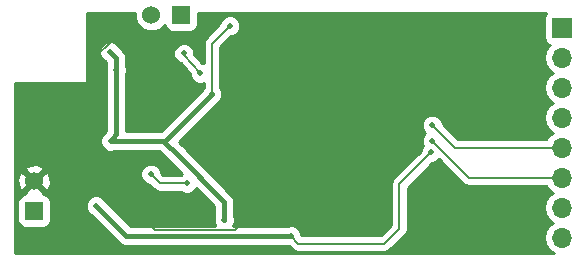
<source format=gbl>
G04 #@! TF.FileFunction,Copper,L2,Bot,Signal*
%FSLAX46Y46*%
G04 Gerber Fmt 4.6, Leading zero omitted, Abs format (unit mm)*
G04 Created by KiCad (PCBNEW 4.0.6) date 12/13/17 15:16:08*
%MOMM*%
%LPD*%
G01*
G04 APERTURE LIST*
%ADD10C,0.150000*%
%ADD11R,1.524000X1.524000*%
%ADD12C,1.524000*%
%ADD13R,1.700000X1.700000*%
%ADD14O,1.700000X1.700000*%
%ADD15C,0.508000*%
%ADD16C,0.152000*%
%ADD17C,0.457200*%
%ADD18C,0.254000*%
G04 APERTURE END LIST*
D10*
D11*
X280630000Y-126340000D03*
D12*
X278090000Y-126340000D03*
D11*
X268160000Y-142940000D03*
D12*
X268160000Y-140400000D03*
D13*
X312840000Y-127410000D03*
D14*
X312840000Y-129950000D03*
X312840000Y-132490000D03*
X312840000Y-135030000D03*
X312840000Y-137570000D03*
X312840000Y-140110000D03*
X312840000Y-142650000D03*
X312840000Y-145190000D03*
D15*
X297750000Y-143440000D03*
X278100000Y-140950000D03*
X275700000Y-141850000D03*
X287120000Y-142570000D03*
X282120000Y-136980000D03*
X279110000Y-128530000D03*
X282570000Y-128270000D03*
X287750000Y-138800000D03*
X293100000Y-144650000D03*
X292700000Y-134100000D03*
X285950000Y-141650000D03*
X273150000Y-130150000D03*
X276820000Y-128420000D03*
X284250000Y-143670000D03*
X280250000Y-138130000D03*
X284730000Y-127260000D03*
X283220000Y-133060000D03*
X275120000Y-130980000D03*
X274640000Y-137010000D03*
X274580000Y-129450000D03*
X301770000Y-137975000D03*
X273412500Y-142487500D03*
X289900000Y-145050000D03*
X301870000Y-135680000D03*
X301870000Y-136980000D03*
X280850000Y-129600000D03*
X282230000Y-131270000D03*
X281090000Y-140600000D03*
X278050000Y-139830000D03*
D16*
X293100000Y-144650000D02*
X296540000Y-144650000D01*
X296540000Y-144650000D02*
X297750000Y-143440000D01*
X277200000Y-141850000D02*
X275700000Y-141850000D01*
X278100000Y-140950000D02*
X277200000Y-141850000D01*
X275700000Y-141850000D02*
X278370000Y-144520000D01*
X278370000Y-144520000D02*
X285170000Y-144520000D01*
X285170000Y-144520000D02*
X287120000Y-142570000D01*
X285640000Y-136690000D02*
X287750000Y-138800000D01*
X282410000Y-136690000D02*
X285640000Y-136690000D01*
X282120000Y-136980000D02*
X282410000Y-136690000D01*
X279110000Y-128530000D02*
X282310000Y-128530000D01*
X282310000Y-128530000D02*
X282570000Y-128270000D01*
X287650000Y-141650000D02*
X288875000Y-140425000D01*
X287750000Y-138800000D02*
X287750000Y-139300000D01*
X287750000Y-139300000D02*
X288875000Y-140425000D01*
X288875000Y-140425000D02*
X293100000Y-144650000D01*
X285950000Y-141650000D02*
X287650000Y-141650000D01*
X273150000Y-130150000D02*
X273150000Y-130090000D01*
X274820000Y-128420000D02*
X276820000Y-128420000D01*
X273150000Y-130090000D02*
X274820000Y-128420000D01*
X276810000Y-128430000D02*
X276800000Y-128430000D01*
X276820000Y-128420000D02*
X276810000Y-128430000D01*
D17*
X280250000Y-138130000D02*
X280250000Y-138150000D01*
X284250000Y-142150000D02*
X284250000Y-143670000D01*
X280250000Y-138150000D02*
X284250000Y-142150000D01*
X279270000Y-137150000D02*
X279270000Y-137010000D01*
X280250000Y-138130000D02*
X279270000Y-137150000D01*
D16*
X283220000Y-128770000D02*
X283220000Y-133060000D01*
X284730000Y-127260000D02*
X283220000Y-128770000D01*
D17*
X274640000Y-137010000D02*
X279270000Y-137010000D01*
X279270000Y-137010000D02*
X283220000Y-133060000D01*
X275120000Y-130980000D02*
X275120000Y-136450000D01*
X275120000Y-136450000D02*
X274640000Y-137010000D01*
X275120000Y-129990000D02*
X275120000Y-130980000D01*
X274580000Y-129450000D02*
X275120000Y-129990000D01*
D16*
X289900000Y-145050000D02*
X290540000Y-145690000D01*
X297830000Y-145690000D02*
X290540000Y-145690000D01*
X299090000Y-144430000D02*
X297830000Y-145690000D01*
X299090000Y-140655000D02*
X299090000Y-144430000D01*
X299090000Y-140655000D02*
X301770000Y-137975000D01*
D17*
X275975000Y-145050000D02*
X289900000Y-145050000D01*
X275975000Y-145050000D02*
X273412500Y-142487500D01*
D16*
X303760000Y-137570000D02*
X312840000Y-137570000D01*
X301870000Y-135680000D02*
X303760000Y-137570000D01*
X305000000Y-140110000D02*
X312840000Y-140110000D01*
X301870000Y-136980000D02*
X305000000Y-140110000D01*
X280850000Y-129690000D02*
X280850000Y-129600000D01*
X282230000Y-131270000D02*
X280850000Y-129690000D01*
X278820000Y-140600000D02*
X281090000Y-140600000D01*
X278050000Y-139830000D02*
X278820000Y-140600000D01*
D18*
G36*
X276692758Y-126616661D02*
X276904990Y-127130303D01*
X277297630Y-127523629D01*
X277810900Y-127736757D01*
X278366661Y-127737242D01*
X278880303Y-127525010D01*
X279233763Y-127172167D01*
X279264838Y-127337317D01*
X279403910Y-127553441D01*
X279616110Y-127698431D01*
X279868000Y-127749440D01*
X281392000Y-127749440D01*
X281627317Y-127705162D01*
X281843441Y-127566090D01*
X281988431Y-127353890D01*
X282039440Y-127102000D01*
X282039440Y-126185000D01*
X311477686Y-126185000D01*
X311393569Y-126308110D01*
X311342560Y-126560000D01*
X311342560Y-128260000D01*
X311386838Y-128495317D01*
X311525910Y-128711441D01*
X311738110Y-128856431D01*
X311805541Y-128870086D01*
X311760853Y-128899946D01*
X311438946Y-129381715D01*
X311325907Y-129950000D01*
X311438946Y-130518285D01*
X311760853Y-131000054D01*
X312090026Y-131220000D01*
X311760853Y-131439946D01*
X311438946Y-131921715D01*
X311325907Y-132490000D01*
X311438946Y-133058285D01*
X311760853Y-133540054D01*
X312090026Y-133760000D01*
X311760853Y-133979946D01*
X311438946Y-134461715D01*
X311325907Y-135030000D01*
X311438946Y-135598285D01*
X311760853Y-136080054D01*
X312090026Y-136300000D01*
X311760853Y-136519946D01*
X311534305Y-136859000D01*
X304054506Y-136859000D01*
X302759102Y-135563596D01*
X302759154Y-135503943D01*
X302624097Y-135177080D01*
X302374236Y-134926782D01*
X302047609Y-134791154D01*
X301693943Y-134790846D01*
X301367080Y-134925903D01*
X301116782Y-135175764D01*
X300981154Y-135502391D01*
X300980846Y-135856057D01*
X301115903Y-136182920D01*
X301262764Y-136330037D01*
X301116782Y-136475764D01*
X300981154Y-136802391D01*
X300980846Y-137156057D01*
X301083402Y-137404261D01*
X301016782Y-137470764D01*
X300881154Y-137797391D01*
X300881101Y-137858393D01*
X298587247Y-140152247D01*
X298433122Y-140382912D01*
X298379000Y-140655000D01*
X298379000Y-144135494D01*
X297535494Y-144979000D01*
X290834506Y-144979000D01*
X290789102Y-144933596D01*
X290789154Y-144873943D01*
X290654097Y-144547080D01*
X290404236Y-144296782D01*
X290077609Y-144161154D01*
X289723943Y-144160846D01*
X289662098Y-144186400D01*
X284991033Y-144186400D01*
X285003218Y-144174236D01*
X285138846Y-143847609D01*
X285139154Y-143493943D01*
X285113600Y-143432098D01*
X285113600Y-142150000D01*
X285047862Y-141819515D01*
X285047862Y-141819514D01*
X284860657Y-141539342D01*
X281043319Y-137722005D01*
X281004097Y-137627080D01*
X280754236Y-137376782D01*
X280692434Y-137351120D01*
X280421314Y-137080000D01*
X283662079Y-133839236D01*
X283722920Y-133814097D01*
X283973218Y-133564236D01*
X284108846Y-133237609D01*
X284109154Y-132883943D01*
X283974097Y-132557080D01*
X283931000Y-132513908D01*
X283931000Y-129064506D01*
X284846404Y-128149102D01*
X284906057Y-128149154D01*
X285232920Y-128014097D01*
X285483218Y-127764236D01*
X285618846Y-127437609D01*
X285619154Y-127083943D01*
X285484097Y-126757080D01*
X285234236Y-126506782D01*
X284907609Y-126371154D01*
X284553943Y-126370846D01*
X284227080Y-126505903D01*
X283976782Y-126755764D01*
X283841154Y-127082391D01*
X283841101Y-127143393D01*
X282717247Y-128267247D01*
X282563122Y-128497912D01*
X282509000Y-128770000D01*
X282509000Y-130423255D01*
X282407609Y-130381154D01*
X282397672Y-130381145D01*
X281738977Y-129626987D01*
X281739154Y-129423943D01*
X281604097Y-129097080D01*
X281354236Y-128846782D01*
X281027609Y-128711154D01*
X280673943Y-128710846D01*
X280347080Y-128845903D01*
X280096782Y-129095764D01*
X279961154Y-129422391D01*
X279960846Y-129776057D01*
X280095903Y-130102920D01*
X280345764Y-130353218D01*
X280564630Y-130444099D01*
X281340945Y-131332923D01*
X281340846Y-131446057D01*
X281475903Y-131772920D01*
X281725764Y-132023218D01*
X282052391Y-132158846D01*
X282406057Y-132159154D01*
X282509000Y-132116619D01*
X282509000Y-132513620D01*
X282466782Y-132555764D01*
X282441120Y-132617565D01*
X278912286Y-136146400D01*
X275983600Y-136146400D01*
X275983600Y-131218408D01*
X276008846Y-131157609D01*
X276009154Y-130803943D01*
X275983600Y-130742098D01*
X275983600Y-129990000D01*
X275917862Y-129659515D01*
X275917862Y-129659514D01*
X275730657Y-129379342D01*
X275359236Y-129007922D01*
X275334097Y-128947080D01*
X275084236Y-128696782D01*
X274757609Y-128561154D01*
X274403943Y-128560846D01*
X274077080Y-128695903D01*
X273826782Y-128945764D01*
X273691154Y-129272391D01*
X273690846Y-129626057D01*
X273825903Y-129952920D01*
X274075764Y-130203218D01*
X274137566Y-130228881D01*
X274256400Y-130347715D01*
X274256400Y-130741592D01*
X274231154Y-130802391D01*
X274230846Y-131156057D01*
X274256400Y-131217902D01*
X274256400Y-136130533D01*
X274155445Y-136248315D01*
X274137080Y-136255903D01*
X273886782Y-136505764D01*
X273751154Y-136832391D01*
X273750846Y-137186057D01*
X273885903Y-137512920D01*
X274135764Y-137763218D01*
X274462391Y-137898846D01*
X274816057Y-137899154D01*
X274877902Y-137873600D01*
X278772286Y-137873600D01*
X279470764Y-138572079D01*
X279495903Y-138632920D01*
X279745764Y-138883218D01*
X279773365Y-138894679D01*
X280684384Y-139805698D01*
X280587080Y-139845903D01*
X280543908Y-139889000D01*
X279114506Y-139889000D01*
X278939102Y-139713596D01*
X278939154Y-139653943D01*
X278804097Y-139327080D01*
X278554236Y-139076782D01*
X278227609Y-138941154D01*
X277873943Y-138940846D01*
X277547080Y-139075903D01*
X277296782Y-139325764D01*
X277161154Y-139652391D01*
X277160846Y-140006057D01*
X277295903Y-140332920D01*
X277545764Y-140583218D01*
X277872391Y-140718846D01*
X277933393Y-140718899D01*
X278317247Y-141102753D01*
X278547912Y-141256878D01*
X278820000Y-141311000D01*
X280543620Y-141311000D01*
X280585764Y-141353218D01*
X280912391Y-141488846D01*
X281266057Y-141489154D01*
X281592920Y-141354097D01*
X281843218Y-141104236D01*
X281884208Y-141005522D01*
X283386400Y-142507715D01*
X283386400Y-143431592D01*
X283361154Y-143492391D01*
X283360846Y-143846057D01*
X283495903Y-144172920D01*
X283509359Y-144186400D01*
X276332715Y-144186400D01*
X274191737Y-142045423D01*
X274166597Y-141984580D01*
X273916736Y-141734282D01*
X273590109Y-141598654D01*
X273236443Y-141598346D01*
X272909580Y-141733403D01*
X272659282Y-141983264D01*
X272523654Y-142309891D01*
X272523346Y-142663557D01*
X272658403Y-142990420D01*
X272908264Y-143240718D01*
X272970067Y-143266381D01*
X275364342Y-145660657D01*
X275644514Y-145847862D01*
X275699345Y-145858769D01*
X275975000Y-145913600D01*
X289661592Y-145913600D01*
X289722391Y-145938846D01*
X289783393Y-145938899D01*
X290037247Y-146192753D01*
X290267912Y-146346878D01*
X290540000Y-146401000D01*
X297830000Y-146401000D01*
X298102088Y-146346878D01*
X298332753Y-146192753D01*
X299592753Y-144932753D01*
X299746878Y-144702088D01*
X299801000Y-144430000D01*
X299801000Y-140949506D01*
X301886404Y-138864102D01*
X301946057Y-138864154D01*
X302272920Y-138729097D01*
X302443404Y-138558910D01*
X304497247Y-140612753D01*
X304727912Y-140766878D01*
X305000000Y-140821000D01*
X311534305Y-140821000D01*
X311760853Y-141160054D01*
X312090026Y-141380000D01*
X311760853Y-141599946D01*
X311438946Y-142081715D01*
X311325907Y-142650000D01*
X311438946Y-143218285D01*
X311760853Y-143700054D01*
X312090026Y-143920000D01*
X311760853Y-144139946D01*
X311438946Y-144621715D01*
X311325907Y-145190000D01*
X311438946Y-145758285D01*
X311760853Y-146240054D01*
X312172340Y-146515000D01*
X266585000Y-146515000D01*
X266585000Y-142178000D01*
X266750560Y-142178000D01*
X266750560Y-143702000D01*
X266794838Y-143937317D01*
X266933910Y-144153441D01*
X267146110Y-144298431D01*
X267398000Y-144349440D01*
X268922000Y-144349440D01*
X269157317Y-144305162D01*
X269373441Y-144166090D01*
X269518431Y-143953890D01*
X269569440Y-143702000D01*
X269569440Y-142178000D01*
X269525162Y-141942683D01*
X269386090Y-141726559D01*
X269173890Y-141581569D01*
X268922000Y-141530560D01*
X268917484Y-141530560D01*
X268960608Y-141380213D01*
X268160000Y-140579605D01*
X267359392Y-141380213D01*
X267402516Y-141530560D01*
X267398000Y-141530560D01*
X267162683Y-141574838D01*
X266946559Y-141713910D01*
X266801569Y-141926110D01*
X266750560Y-142178000D01*
X266585000Y-142178000D01*
X266585000Y-140192302D01*
X266750856Y-140192302D01*
X266778638Y-140747368D01*
X266937603Y-141131143D01*
X267179787Y-141200608D01*
X267980395Y-140400000D01*
X268339605Y-140400000D01*
X269140213Y-141200608D01*
X269382397Y-141131143D01*
X269569144Y-140607698D01*
X269541362Y-140052632D01*
X269382397Y-139668857D01*
X269140213Y-139599392D01*
X268339605Y-140400000D01*
X267980395Y-140400000D01*
X267179787Y-139599392D01*
X266937603Y-139668857D01*
X266750856Y-140192302D01*
X266585000Y-140192302D01*
X266585000Y-139419787D01*
X267359392Y-139419787D01*
X268160000Y-140220395D01*
X268960608Y-139419787D01*
X268891143Y-139177603D01*
X268367698Y-138990856D01*
X267812632Y-139018638D01*
X267428857Y-139177603D01*
X267359392Y-139419787D01*
X266585000Y-139419787D01*
X266585000Y-132127000D01*
X272550000Y-132127000D01*
X272599410Y-132116994D01*
X272641035Y-132088553D01*
X272668315Y-132046159D01*
X272677000Y-132000000D01*
X272677000Y-126185000D01*
X276693135Y-126185000D01*
X276692758Y-126616661D01*
X276692758Y-126616661D01*
G37*
X276692758Y-126616661D02*
X276904990Y-127130303D01*
X277297630Y-127523629D01*
X277810900Y-127736757D01*
X278366661Y-127737242D01*
X278880303Y-127525010D01*
X279233763Y-127172167D01*
X279264838Y-127337317D01*
X279403910Y-127553441D01*
X279616110Y-127698431D01*
X279868000Y-127749440D01*
X281392000Y-127749440D01*
X281627317Y-127705162D01*
X281843441Y-127566090D01*
X281988431Y-127353890D01*
X282039440Y-127102000D01*
X282039440Y-126185000D01*
X311477686Y-126185000D01*
X311393569Y-126308110D01*
X311342560Y-126560000D01*
X311342560Y-128260000D01*
X311386838Y-128495317D01*
X311525910Y-128711441D01*
X311738110Y-128856431D01*
X311805541Y-128870086D01*
X311760853Y-128899946D01*
X311438946Y-129381715D01*
X311325907Y-129950000D01*
X311438946Y-130518285D01*
X311760853Y-131000054D01*
X312090026Y-131220000D01*
X311760853Y-131439946D01*
X311438946Y-131921715D01*
X311325907Y-132490000D01*
X311438946Y-133058285D01*
X311760853Y-133540054D01*
X312090026Y-133760000D01*
X311760853Y-133979946D01*
X311438946Y-134461715D01*
X311325907Y-135030000D01*
X311438946Y-135598285D01*
X311760853Y-136080054D01*
X312090026Y-136300000D01*
X311760853Y-136519946D01*
X311534305Y-136859000D01*
X304054506Y-136859000D01*
X302759102Y-135563596D01*
X302759154Y-135503943D01*
X302624097Y-135177080D01*
X302374236Y-134926782D01*
X302047609Y-134791154D01*
X301693943Y-134790846D01*
X301367080Y-134925903D01*
X301116782Y-135175764D01*
X300981154Y-135502391D01*
X300980846Y-135856057D01*
X301115903Y-136182920D01*
X301262764Y-136330037D01*
X301116782Y-136475764D01*
X300981154Y-136802391D01*
X300980846Y-137156057D01*
X301083402Y-137404261D01*
X301016782Y-137470764D01*
X300881154Y-137797391D01*
X300881101Y-137858393D01*
X298587247Y-140152247D01*
X298433122Y-140382912D01*
X298379000Y-140655000D01*
X298379000Y-144135494D01*
X297535494Y-144979000D01*
X290834506Y-144979000D01*
X290789102Y-144933596D01*
X290789154Y-144873943D01*
X290654097Y-144547080D01*
X290404236Y-144296782D01*
X290077609Y-144161154D01*
X289723943Y-144160846D01*
X289662098Y-144186400D01*
X284991033Y-144186400D01*
X285003218Y-144174236D01*
X285138846Y-143847609D01*
X285139154Y-143493943D01*
X285113600Y-143432098D01*
X285113600Y-142150000D01*
X285047862Y-141819515D01*
X285047862Y-141819514D01*
X284860657Y-141539342D01*
X281043319Y-137722005D01*
X281004097Y-137627080D01*
X280754236Y-137376782D01*
X280692434Y-137351120D01*
X280421314Y-137080000D01*
X283662079Y-133839236D01*
X283722920Y-133814097D01*
X283973218Y-133564236D01*
X284108846Y-133237609D01*
X284109154Y-132883943D01*
X283974097Y-132557080D01*
X283931000Y-132513908D01*
X283931000Y-129064506D01*
X284846404Y-128149102D01*
X284906057Y-128149154D01*
X285232920Y-128014097D01*
X285483218Y-127764236D01*
X285618846Y-127437609D01*
X285619154Y-127083943D01*
X285484097Y-126757080D01*
X285234236Y-126506782D01*
X284907609Y-126371154D01*
X284553943Y-126370846D01*
X284227080Y-126505903D01*
X283976782Y-126755764D01*
X283841154Y-127082391D01*
X283841101Y-127143393D01*
X282717247Y-128267247D01*
X282563122Y-128497912D01*
X282509000Y-128770000D01*
X282509000Y-130423255D01*
X282407609Y-130381154D01*
X282397672Y-130381145D01*
X281738977Y-129626987D01*
X281739154Y-129423943D01*
X281604097Y-129097080D01*
X281354236Y-128846782D01*
X281027609Y-128711154D01*
X280673943Y-128710846D01*
X280347080Y-128845903D01*
X280096782Y-129095764D01*
X279961154Y-129422391D01*
X279960846Y-129776057D01*
X280095903Y-130102920D01*
X280345764Y-130353218D01*
X280564630Y-130444099D01*
X281340945Y-131332923D01*
X281340846Y-131446057D01*
X281475903Y-131772920D01*
X281725764Y-132023218D01*
X282052391Y-132158846D01*
X282406057Y-132159154D01*
X282509000Y-132116619D01*
X282509000Y-132513620D01*
X282466782Y-132555764D01*
X282441120Y-132617565D01*
X278912286Y-136146400D01*
X275983600Y-136146400D01*
X275983600Y-131218408D01*
X276008846Y-131157609D01*
X276009154Y-130803943D01*
X275983600Y-130742098D01*
X275983600Y-129990000D01*
X275917862Y-129659515D01*
X275917862Y-129659514D01*
X275730657Y-129379342D01*
X275359236Y-129007922D01*
X275334097Y-128947080D01*
X275084236Y-128696782D01*
X274757609Y-128561154D01*
X274403943Y-128560846D01*
X274077080Y-128695903D01*
X273826782Y-128945764D01*
X273691154Y-129272391D01*
X273690846Y-129626057D01*
X273825903Y-129952920D01*
X274075764Y-130203218D01*
X274137566Y-130228881D01*
X274256400Y-130347715D01*
X274256400Y-130741592D01*
X274231154Y-130802391D01*
X274230846Y-131156057D01*
X274256400Y-131217902D01*
X274256400Y-136130533D01*
X274155445Y-136248315D01*
X274137080Y-136255903D01*
X273886782Y-136505764D01*
X273751154Y-136832391D01*
X273750846Y-137186057D01*
X273885903Y-137512920D01*
X274135764Y-137763218D01*
X274462391Y-137898846D01*
X274816057Y-137899154D01*
X274877902Y-137873600D01*
X278772286Y-137873600D01*
X279470764Y-138572079D01*
X279495903Y-138632920D01*
X279745764Y-138883218D01*
X279773365Y-138894679D01*
X280684384Y-139805698D01*
X280587080Y-139845903D01*
X280543908Y-139889000D01*
X279114506Y-139889000D01*
X278939102Y-139713596D01*
X278939154Y-139653943D01*
X278804097Y-139327080D01*
X278554236Y-139076782D01*
X278227609Y-138941154D01*
X277873943Y-138940846D01*
X277547080Y-139075903D01*
X277296782Y-139325764D01*
X277161154Y-139652391D01*
X277160846Y-140006057D01*
X277295903Y-140332920D01*
X277545764Y-140583218D01*
X277872391Y-140718846D01*
X277933393Y-140718899D01*
X278317247Y-141102753D01*
X278547912Y-141256878D01*
X278820000Y-141311000D01*
X280543620Y-141311000D01*
X280585764Y-141353218D01*
X280912391Y-141488846D01*
X281266057Y-141489154D01*
X281592920Y-141354097D01*
X281843218Y-141104236D01*
X281884208Y-141005522D01*
X283386400Y-142507715D01*
X283386400Y-143431592D01*
X283361154Y-143492391D01*
X283360846Y-143846057D01*
X283495903Y-144172920D01*
X283509359Y-144186400D01*
X276332715Y-144186400D01*
X274191737Y-142045423D01*
X274166597Y-141984580D01*
X273916736Y-141734282D01*
X273590109Y-141598654D01*
X273236443Y-141598346D01*
X272909580Y-141733403D01*
X272659282Y-141983264D01*
X272523654Y-142309891D01*
X272523346Y-142663557D01*
X272658403Y-142990420D01*
X272908264Y-143240718D01*
X272970067Y-143266381D01*
X275364342Y-145660657D01*
X275644514Y-145847862D01*
X275699345Y-145858769D01*
X275975000Y-145913600D01*
X289661592Y-145913600D01*
X289722391Y-145938846D01*
X289783393Y-145938899D01*
X290037247Y-146192753D01*
X290267912Y-146346878D01*
X290540000Y-146401000D01*
X297830000Y-146401000D01*
X298102088Y-146346878D01*
X298332753Y-146192753D01*
X299592753Y-144932753D01*
X299746878Y-144702088D01*
X299801000Y-144430000D01*
X299801000Y-140949506D01*
X301886404Y-138864102D01*
X301946057Y-138864154D01*
X302272920Y-138729097D01*
X302443404Y-138558910D01*
X304497247Y-140612753D01*
X304727912Y-140766878D01*
X305000000Y-140821000D01*
X311534305Y-140821000D01*
X311760853Y-141160054D01*
X312090026Y-141380000D01*
X311760853Y-141599946D01*
X311438946Y-142081715D01*
X311325907Y-142650000D01*
X311438946Y-143218285D01*
X311760853Y-143700054D01*
X312090026Y-143920000D01*
X311760853Y-144139946D01*
X311438946Y-144621715D01*
X311325907Y-145190000D01*
X311438946Y-145758285D01*
X311760853Y-146240054D01*
X312172340Y-146515000D01*
X266585000Y-146515000D01*
X266585000Y-142178000D01*
X266750560Y-142178000D01*
X266750560Y-143702000D01*
X266794838Y-143937317D01*
X266933910Y-144153441D01*
X267146110Y-144298431D01*
X267398000Y-144349440D01*
X268922000Y-144349440D01*
X269157317Y-144305162D01*
X269373441Y-144166090D01*
X269518431Y-143953890D01*
X269569440Y-143702000D01*
X269569440Y-142178000D01*
X269525162Y-141942683D01*
X269386090Y-141726559D01*
X269173890Y-141581569D01*
X268922000Y-141530560D01*
X268917484Y-141530560D01*
X268960608Y-141380213D01*
X268160000Y-140579605D01*
X267359392Y-141380213D01*
X267402516Y-141530560D01*
X267398000Y-141530560D01*
X267162683Y-141574838D01*
X266946559Y-141713910D01*
X266801569Y-141926110D01*
X266750560Y-142178000D01*
X266585000Y-142178000D01*
X266585000Y-140192302D01*
X266750856Y-140192302D01*
X266778638Y-140747368D01*
X266937603Y-141131143D01*
X267179787Y-141200608D01*
X267980395Y-140400000D01*
X268339605Y-140400000D01*
X269140213Y-141200608D01*
X269382397Y-141131143D01*
X269569144Y-140607698D01*
X269541362Y-140052632D01*
X269382397Y-139668857D01*
X269140213Y-139599392D01*
X268339605Y-140400000D01*
X267980395Y-140400000D01*
X267179787Y-139599392D01*
X266937603Y-139668857D01*
X266750856Y-140192302D01*
X266585000Y-140192302D01*
X266585000Y-139419787D01*
X267359392Y-139419787D01*
X268160000Y-140220395D01*
X268960608Y-139419787D01*
X268891143Y-139177603D01*
X268367698Y-138990856D01*
X267812632Y-139018638D01*
X267428857Y-139177603D01*
X267359392Y-139419787D01*
X266585000Y-139419787D01*
X266585000Y-132127000D01*
X272550000Y-132127000D01*
X272599410Y-132116994D01*
X272641035Y-132088553D01*
X272668315Y-132046159D01*
X272677000Y-132000000D01*
X272677000Y-126185000D01*
X276693135Y-126185000D01*
X276692758Y-126616661D01*
M02*

</source>
